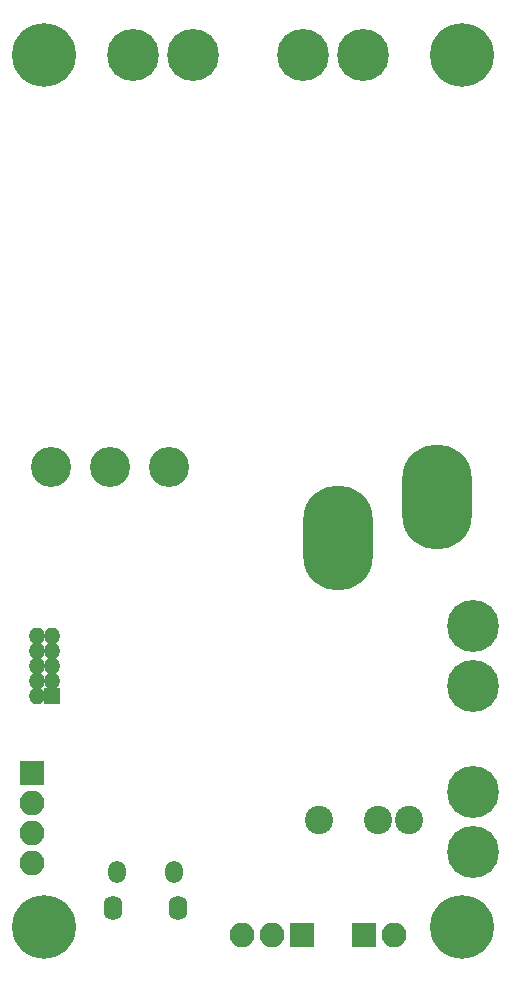
<source format=gbr>
G04 #@! TF.FileFunction,Soldermask,Bot*
%FSLAX46Y46*%
G04 Gerber Fmt 4.6, Leading zero omitted, Abs format (unit mm)*
G04 Created by KiCad (PCBNEW 4.0.5-e0-6337~49~ubuntu16.04.1) date Sun Mar 26 23:32:04 2017*
%MOMM*%
%LPD*%
G01*
G04 APERTURE LIST*
%ADD10C,0.100000*%
%ADD11C,5.400000*%
%ADD12R,2.100000X2.100000*%
%ADD13O,2.100000X2.100000*%
%ADD14O,1.500000X1.900000*%
%ADD15O,1.600000X2.100000*%
%ADD16C,4.400000*%
%ADD17R,1.400000X1.400000*%
%ADD18O,1.400000X1.400000*%
%ADD19C,2.400000*%
%ADD20C,3.400000*%
%ADD21O,5.900000X8.900000*%
G04 APERTURE END LIST*
D10*
D11*
X137400000Y-52800000D03*
X137400000Y-126600000D03*
X102000000Y-126600000D03*
D12*
X101000000Y-113600000D03*
D13*
X101000000Y-116140000D03*
X101000000Y-118680000D03*
X101000000Y-121220000D03*
D14*
X108180000Y-121980000D03*
X113020000Y-121980000D03*
D15*
X107870000Y-124980000D03*
X113330000Y-124980000D03*
D12*
X123800000Y-127300000D03*
D13*
X121260000Y-127300000D03*
X118720000Y-127300000D03*
D12*
X129100000Y-127300000D03*
D13*
X131640000Y-127300000D03*
D16*
X138300000Y-106200000D03*
X138300000Y-101120000D03*
X138300000Y-120300000D03*
X138300000Y-115220000D03*
X129000000Y-52800000D03*
X123920000Y-52800000D03*
X114600000Y-52800000D03*
X109520000Y-52800000D03*
D17*
X102640000Y-107040000D03*
D18*
X101370000Y-107040000D03*
X102640000Y-105770000D03*
X101370000Y-105770000D03*
X102640000Y-104500000D03*
X101370000Y-104500000D03*
X102640000Y-103230000D03*
X101370000Y-103230000D03*
X102640000Y-101960000D03*
X101370000Y-101960000D03*
D11*
X102000000Y-52800000D03*
D19*
X130290000Y-117600000D03*
X132889840Y-117600000D03*
X125290160Y-117600000D03*
D20*
X102600000Y-87700000D03*
X107600000Y-87700000D03*
X112600000Y-87700000D03*
D21*
X126900000Y-93700000D03*
X135300000Y-90200000D03*
M02*

</source>
